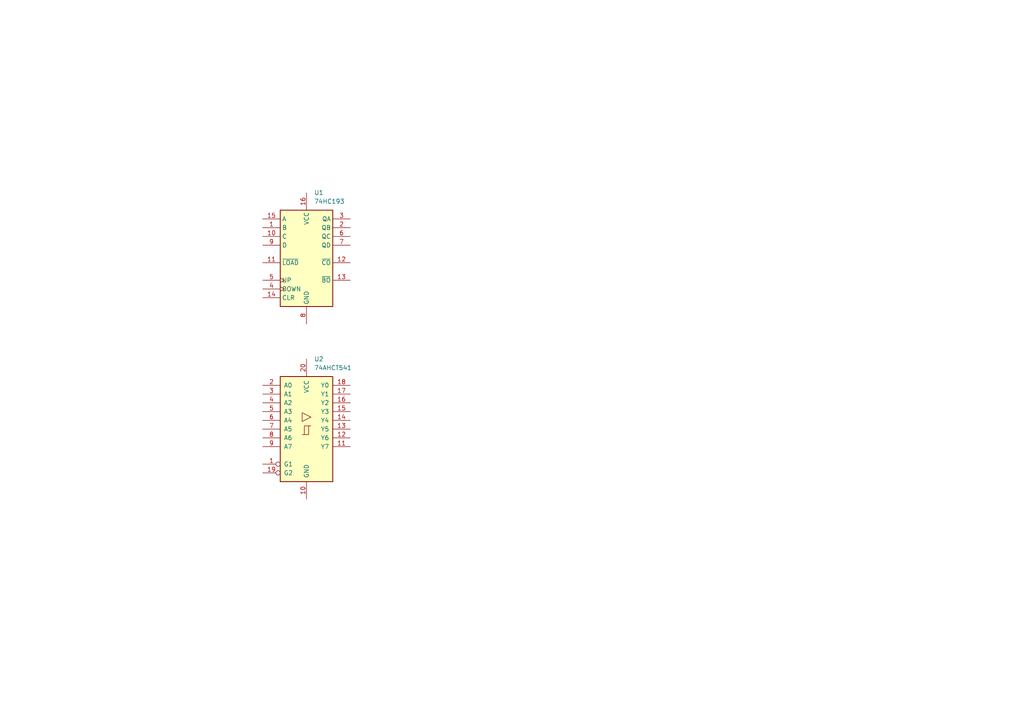
<source format=kicad_sch>
(kicad_sch (version 20231120) (generator "eeschema") (generator_version "8.0")
  (paper "A4")
  (lib_symbols
    (symbol "74xx:74AHCT541" (pin_names (offset 1.016))
      (property "Reference" "U" (at -7.62 16.51 0))
      (property "Value" "74AHCT541" (at -7.62 -16.51 0))
      (symbol "74AHCT541_1_0"
        (polyline (pts (xy -0.635 -1.6002) (xy -0.635 0.9398) (xy 0.635 0.9398)))
        (polyline (pts (xy -1.27 -1.6002) (xy 0.635 -1.6002) (xy 0.635 0.9398) (xy 1.27 0.9398)))
        (polyline (pts (xy 1.27 3.4798) (xy -1.27 4.7498) (xy -1.27 2.2098) (xy 1.27 3.4798)) (stroke (width 0.1524)))
        (pin input inverted (at -12.7 -10.16 0) (length 5.08) (name "G1") (number "1"))
        (pin power_in line (at 0 -20.32 90) (length 5.08) (name "GND") (number "10"))
        (pin tri_state line (at 12.7 -5.08 180) (length 5.08) (name "Y7") (number "11"))
        (pin tri_state line (at 12.7 -2.54 180) (length 5.08) (name "Y6") (number "12"))
        (pin tri_state line (at 12.7 0 180) (length 5.08) (name "Y5") (number "13"))
        (pin tri_state line (at 12.7 2.54 180) (length 5.08) (name "Y4") (number "14"))
        (pin tri_state line (at 12.7 5.08 180) (length 5.08) (name "Y3") (number "15"))
        (pin tri_state line (at 12.7 7.62 180) (length 5.08) (name "Y2") (number "16"))
        (pin tri_state line (at 12.7 10.16 180) (length 5.08) (name "Y1") (number "17"))
        (pin tri_state line (at 12.7 12.7 180) (length 5.08) (name "Y0") (number "18"))
        (pin input inverted (at -12.7 -12.7 0) (length 5.08) (name "G2") (number "19"))
        (pin input line (at -12.7 12.7 0) (length 5.08) (name "A0") (number "2"))
        (pin power_in line (at 0 20.32 270) (length 5.08) (name "VCC") (number "20"))
        (pin input line (at -12.7 10.16 0) (length 5.08) (name "A1") (number "3"))
        (pin input line (at -12.7 7.62 0) (length 5.08) (name "A2") (number "4"))
        (pin input line (at -12.7 5.08 0) (length 5.08) (name "A3") (number "5"))
        (pin input line (at -12.7 2.54 0) (length 5.08) (name "A4") (number "6"))
        (pin input line (at -12.7 0 0) (length 5.08) (name "A5") (number "7"))
        (pin input line (at -12.7 -2.54 0) (length 5.08) (name "A6") (number "8"))
        (pin input line (at -12.7 -5.08 0) (length 5.08) (name "A7") (number "9"))
      )
      (symbol "74AHCT541_1_1"
        (rectangle (start -7.62 15.24) (end 7.62 -15.24) (stroke (width 0.254)) (fill (type background)))
      )
    )
    (symbol "74xx:74HC193"
      (property "Reference" "U" (at -7.62 13.97 0))
      (property "Value" "74HC193" (at 5.08 13.97 0))
      (symbol "74HC193_1_0"
        (pin input line (at -12.7 7.62 0) (length 5.08) (name "B") (number "1"))
        (pin input line (at -12.7 5.08 0) (length 5.08) (name "C") (number "10"))
        (pin input line (at -12.7 -2.54 0) (length 5.08) (name "~{LOAD}") (number "11"))
        (pin output line (at 12.7 -2.54 180) (length 5.08) (name "~{CO}") (number "12"))
        (pin output line (at 12.7 -7.62 180) (length 5.08) (name "~{BO}") (number "13"))
        (pin input line (at -12.7 -12.7 0) (length 5.08) (name "CLR") (number "14"))
        (pin input line (at -12.7 10.16 0) (length 5.08) (name "A") (number "15"))
        (pin power_in line (at 0 17.78 270) (length 5.08) (name "VCC") (number "16"))
        (pin output line (at 12.7 7.62 180) (length 5.08) (name "QB") (number "2"))
        (pin output line (at 12.7 10.16 180) (length 5.08) (name "QA") (number "3"))
        (pin input clock (at -12.7 -10.16 0) (length 5.08) (name "DOWN") (number "4"))
        (pin input clock (at -12.7 -7.62 0) (length 5.08) (name "UP") (number "5"))
        (pin output line (at 12.7 5.08 180) (length 5.08) (name "QC") (number "6"))
        (pin output line (at 12.7 2.54 180) (length 5.08) (name "QD") (number "7"))
        (pin power_in line (at 0 -20.32 90) (length 5.08) (name "GND") (number "8"))
        (pin input line (at -12.7 2.54 0) (length 5.08) (name "D") (number "9"))
      )
      (symbol "74HC193_1_1"
        (rectangle (start -7.62 12.7) (end 7.62 -15.24) (stroke (width 0.254)) (fill (type background)))
      )
    )
  )
  (symbol (lib_id "74xx:74AHCT541") (at 88.9 124.46 0) (unit 1)
    (property "Reference" "U2" (at 91.0941 104.14 0) (effects (justify left)))
    (property "Value" "74AHCT541" (at 91.0941 106.68 0) (effects (justify left)))
    (property "Datasheet" "https://www.ti.com/lit/ds/symlink/sn74ahct541.pdf" (effects (hide yes)))
    (property "Description" "8-bit Buffer/Line Driver 3-state outputs" (effects (hide yes)))
  )
  (symbol (lib_id "74xx:74HC193") (at 88.9 73.66 0) (unit 1)
    (property "Reference" "U1" (at 91.0941 55.88 0) (effects (justify left)))
    (property "Value" "74HC193" (at 91.0941 58.42 0) (effects (justify left)))
    (property "Datasheet" "https://assets.nexperia.com/documents/data-sheet/74HC_HCT193.pdf" (effects (hide yes)))
    (property "Description" "Synchronous 4-bit Up/Down (2 clk) counter" (effects (hide yes)))
  )
)
</source>
